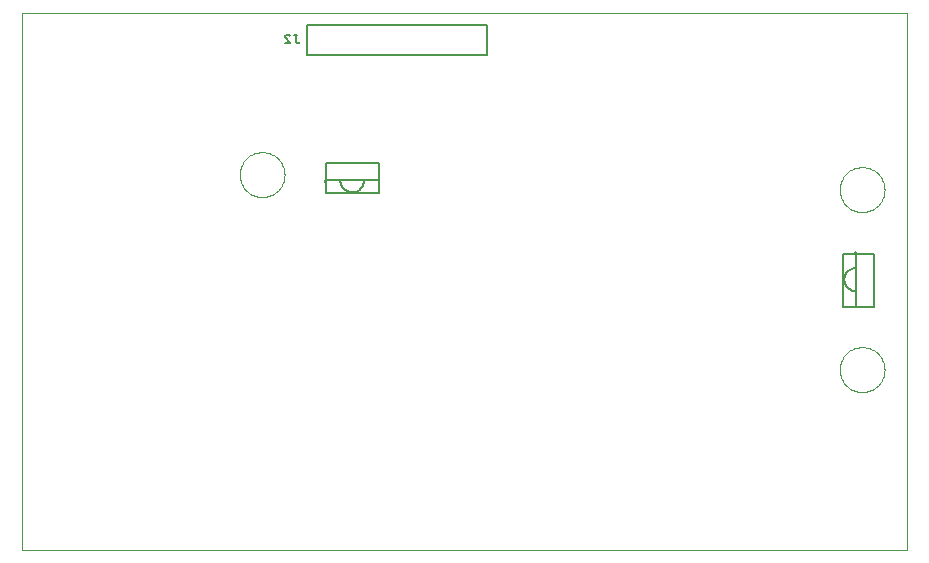
<source format=gbo>
G75*
%MOIN*%
%OFA0B0*%
%FSLAX24Y24*%
%IPPOS*%
%LPD*%
%AMOC8*
5,1,8,0,0,1.08239X$1,22.5*
%
%ADD10C,0.0000*%
%ADD11C,0.0050*%
%ADD12C,0.0070*%
D10*
X002304Y000981D02*
X002304Y018851D01*
X031796Y018851D01*
X031796Y000981D01*
X002304Y000981D01*
X009557Y013481D02*
X009559Y013536D01*
X009565Y013590D01*
X009575Y013643D01*
X009589Y013696D01*
X009606Y013748D01*
X009628Y013798D01*
X009653Y013847D01*
X009681Y013893D01*
X009713Y013938D01*
X009748Y013979D01*
X009786Y014019D01*
X009826Y014055D01*
X009869Y014089D01*
X009915Y014119D01*
X009962Y014145D01*
X010012Y014168D01*
X010063Y014188D01*
X010115Y014204D01*
X010168Y014216D01*
X010222Y014224D01*
X010277Y014228D01*
X010331Y014228D01*
X010386Y014224D01*
X010440Y014216D01*
X010493Y014204D01*
X010545Y014188D01*
X010596Y014168D01*
X010646Y014145D01*
X010693Y014119D01*
X010739Y014089D01*
X010782Y014055D01*
X010822Y014019D01*
X010860Y013979D01*
X010895Y013938D01*
X010927Y013893D01*
X010955Y013847D01*
X010980Y013798D01*
X011002Y013748D01*
X011019Y013696D01*
X011033Y013643D01*
X011043Y013590D01*
X011049Y013536D01*
X011051Y013481D01*
X011049Y013426D01*
X011043Y013372D01*
X011033Y013319D01*
X011019Y013266D01*
X011002Y013214D01*
X010980Y013164D01*
X010955Y013115D01*
X010927Y013069D01*
X010895Y013024D01*
X010860Y012983D01*
X010822Y012943D01*
X010782Y012907D01*
X010739Y012873D01*
X010693Y012843D01*
X010646Y012817D01*
X010596Y012794D01*
X010545Y012774D01*
X010493Y012758D01*
X010440Y012746D01*
X010386Y012738D01*
X010331Y012734D01*
X010277Y012734D01*
X010222Y012738D01*
X010168Y012746D01*
X010115Y012758D01*
X010063Y012774D01*
X010012Y012794D01*
X009962Y012817D01*
X009915Y012843D01*
X009869Y012873D01*
X009826Y012907D01*
X009786Y012943D01*
X009748Y012983D01*
X009713Y013024D01*
X009681Y013069D01*
X009653Y013115D01*
X009628Y013164D01*
X009606Y013214D01*
X009589Y013266D01*
X009575Y013319D01*
X009565Y013372D01*
X009559Y013426D01*
X009557Y013481D01*
X029557Y012981D02*
X029559Y013036D01*
X029565Y013090D01*
X029575Y013143D01*
X029589Y013196D01*
X029606Y013248D01*
X029628Y013298D01*
X029653Y013347D01*
X029681Y013393D01*
X029713Y013438D01*
X029748Y013479D01*
X029786Y013519D01*
X029826Y013555D01*
X029869Y013589D01*
X029915Y013619D01*
X029962Y013645D01*
X030012Y013668D01*
X030063Y013688D01*
X030115Y013704D01*
X030168Y013716D01*
X030222Y013724D01*
X030277Y013728D01*
X030331Y013728D01*
X030386Y013724D01*
X030440Y013716D01*
X030493Y013704D01*
X030545Y013688D01*
X030596Y013668D01*
X030646Y013645D01*
X030693Y013619D01*
X030739Y013589D01*
X030782Y013555D01*
X030822Y013519D01*
X030860Y013479D01*
X030895Y013438D01*
X030927Y013393D01*
X030955Y013347D01*
X030980Y013298D01*
X031002Y013248D01*
X031019Y013196D01*
X031033Y013143D01*
X031043Y013090D01*
X031049Y013036D01*
X031051Y012981D01*
X031049Y012926D01*
X031043Y012872D01*
X031033Y012819D01*
X031019Y012766D01*
X031002Y012714D01*
X030980Y012664D01*
X030955Y012615D01*
X030927Y012569D01*
X030895Y012524D01*
X030860Y012483D01*
X030822Y012443D01*
X030782Y012407D01*
X030739Y012373D01*
X030693Y012343D01*
X030646Y012317D01*
X030596Y012294D01*
X030545Y012274D01*
X030493Y012258D01*
X030440Y012246D01*
X030386Y012238D01*
X030331Y012234D01*
X030277Y012234D01*
X030222Y012238D01*
X030168Y012246D01*
X030115Y012258D01*
X030063Y012274D01*
X030012Y012294D01*
X029962Y012317D01*
X029915Y012343D01*
X029869Y012373D01*
X029826Y012407D01*
X029786Y012443D01*
X029748Y012483D01*
X029713Y012524D01*
X029681Y012569D01*
X029653Y012615D01*
X029628Y012664D01*
X029606Y012714D01*
X029589Y012766D01*
X029575Y012819D01*
X029565Y012872D01*
X029559Y012926D01*
X029557Y012981D01*
X029557Y006981D02*
X029559Y007036D01*
X029565Y007090D01*
X029575Y007143D01*
X029589Y007196D01*
X029606Y007248D01*
X029628Y007298D01*
X029653Y007347D01*
X029681Y007393D01*
X029713Y007438D01*
X029748Y007479D01*
X029786Y007519D01*
X029826Y007555D01*
X029869Y007589D01*
X029915Y007619D01*
X029962Y007645D01*
X030012Y007668D01*
X030063Y007688D01*
X030115Y007704D01*
X030168Y007716D01*
X030222Y007724D01*
X030277Y007728D01*
X030331Y007728D01*
X030386Y007724D01*
X030440Y007716D01*
X030493Y007704D01*
X030545Y007688D01*
X030596Y007668D01*
X030646Y007645D01*
X030693Y007619D01*
X030739Y007589D01*
X030782Y007555D01*
X030822Y007519D01*
X030860Y007479D01*
X030895Y007438D01*
X030927Y007393D01*
X030955Y007347D01*
X030980Y007298D01*
X031002Y007248D01*
X031019Y007196D01*
X031033Y007143D01*
X031043Y007090D01*
X031049Y007036D01*
X031051Y006981D01*
X031049Y006926D01*
X031043Y006872D01*
X031033Y006819D01*
X031019Y006766D01*
X031002Y006714D01*
X030980Y006664D01*
X030955Y006615D01*
X030927Y006569D01*
X030895Y006524D01*
X030860Y006483D01*
X030822Y006443D01*
X030782Y006407D01*
X030739Y006373D01*
X030693Y006343D01*
X030646Y006317D01*
X030596Y006294D01*
X030545Y006274D01*
X030493Y006258D01*
X030440Y006246D01*
X030386Y006238D01*
X030331Y006234D01*
X030277Y006234D01*
X030222Y006238D01*
X030168Y006246D01*
X030115Y006258D01*
X030063Y006274D01*
X030012Y006294D01*
X029962Y006317D01*
X029915Y006343D01*
X029869Y006373D01*
X029826Y006407D01*
X029786Y006443D01*
X029748Y006483D01*
X029713Y006524D01*
X029681Y006569D01*
X029653Y006615D01*
X029628Y006664D01*
X029606Y006714D01*
X029589Y006766D01*
X029575Y006819D01*
X029565Y006872D01*
X029559Y006926D01*
X029557Y006981D01*
D11*
X029674Y009075D02*
X030107Y009075D01*
X030107Y010886D01*
X030068Y010886D01*
X029674Y010847D02*
X030698Y010847D01*
X030698Y009075D01*
X030107Y009075D01*
X029674Y009075D02*
X029674Y010847D01*
X030107Y010375D02*
X030068Y010373D01*
X030030Y010367D01*
X029993Y010358D01*
X029956Y010345D01*
X029921Y010328D01*
X029888Y010309D01*
X029857Y010286D01*
X029828Y010260D01*
X029802Y010231D01*
X029779Y010200D01*
X029760Y010167D01*
X029743Y010132D01*
X029730Y010095D01*
X029721Y010058D01*
X029715Y010020D01*
X029713Y009981D01*
X029715Y009942D01*
X029721Y009904D01*
X029730Y009867D01*
X029743Y009830D01*
X029760Y009795D01*
X029779Y009762D01*
X029802Y009731D01*
X029828Y009702D01*
X029857Y009676D01*
X029888Y009653D01*
X029921Y009634D01*
X029956Y009617D01*
X029993Y009604D01*
X030030Y009595D01*
X030068Y009589D01*
X030107Y009587D01*
X017804Y017481D02*
X017804Y018481D01*
X011804Y018481D01*
X011804Y017481D01*
X017804Y017481D01*
X014209Y013875D02*
X012438Y013875D01*
X012438Y012851D01*
X014209Y012851D01*
X014209Y013284D01*
X012398Y013284D01*
X012398Y013245D01*
X012910Y013284D02*
X012912Y013245D01*
X012918Y013207D01*
X012927Y013170D01*
X012940Y013133D01*
X012957Y013098D01*
X012976Y013065D01*
X012999Y013034D01*
X013025Y013005D01*
X013054Y012979D01*
X013085Y012956D01*
X013118Y012937D01*
X013153Y012920D01*
X013190Y012907D01*
X013227Y012898D01*
X013265Y012892D01*
X013304Y012890D01*
X013343Y012892D01*
X013381Y012898D01*
X013418Y012907D01*
X013455Y012920D01*
X013490Y012937D01*
X013523Y012956D01*
X013554Y012979D01*
X013583Y013005D01*
X013609Y013034D01*
X013632Y013065D01*
X013651Y013098D01*
X013668Y013133D01*
X013681Y013170D01*
X013690Y013207D01*
X013696Y013245D01*
X013698Y013284D01*
X014209Y013284D02*
X014209Y013875D01*
D12*
X011522Y017866D02*
X011476Y017866D01*
X011429Y017913D01*
X011429Y018146D01*
X011476Y018146D02*
X011382Y018146D01*
X011247Y018099D02*
X011200Y018146D01*
X011107Y018146D01*
X011060Y018099D01*
X011060Y018053D01*
X011247Y017866D01*
X011060Y017866D01*
X011522Y017866D02*
X011569Y017913D01*
M02*

</source>
